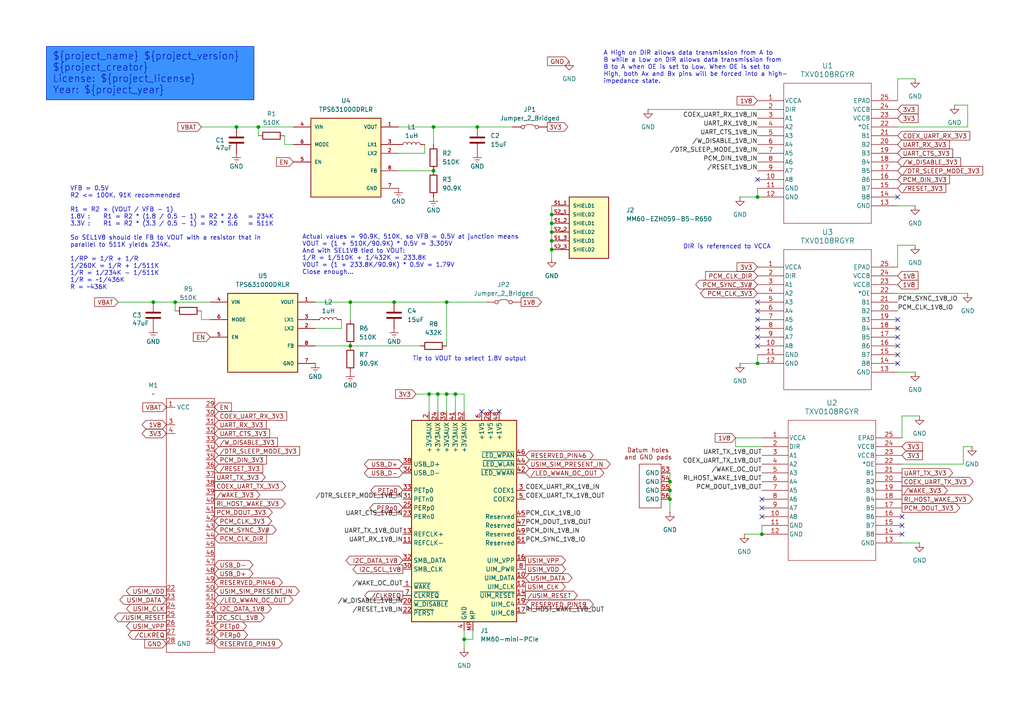
<source format=kicad_sch>
(kicad_sch (version 20250114) (generator "eeschema") (generator_version "9.0")
  (paper "A4")
  (title_block (title "${project_name}") (date "2025-11-10") (rev "${project_version}") (company "${project_creator}") (comment 1 "${project_license}"))
  (rectangle (start -65.024 8.89) (end -9.144 54.61) (fill (type color) (color 0 255 0 0.1)))
  (rectangle (start -66.802 152.654) (end -7.874 198.374) (fill (type color) (color 0 255 0 0.1)))
  (rectangle (start 13.462 13.462) (end 73.66 28.956) (fill (type color) (color 58 146 255 1)))
  (text "3D top side" (at -38.1 157.48 0) (effects (font (size 3.81 3.81) (thickness 0.762) (bold yes))))
  (text "......" (at -55.626 20.066 0) (effects (font (size 3.81 3.81) (thickness 0.762) (bold yes))))
  (text "1" (at -21.336 26.924 0) (effects (font (size 3.81 3.81))))
  (text "Tie to VOUT to select 1.8V output" (at 136.144 104.14 0) (effects (font (size 1.27 1.27))))
  (text "Actual values = 90.9K, 510K, so VFB = 0.5V at junction means\nVOUT = (1 + 510K/90.9K) * 0.5V = 3.305V\nAnd with SEL1V8 tied to VOUT:\n1/R = 1/510K + 1/432K = 233.8K\nVOUT = (1 + 233.8K/90.9K) * 0.5V = 1.79V\nClose enough..." (at 87.63 73.914 0) (effects (font (size 1.27 1.27)) (justify left)))
  (text "CoverPage" (at -47.752 26.67 0) (effects (font (size 3.81 3.81))))
  (text "......" (at -55.626 38.1 0) (effects (font (size 3.81 3.81) (thickness 0.762) (bold yes))))
  (text "VFB = 0.5V\nR2 <= 100K. 91K recommended\n\nR1 = R2 × (VOUT / VFB - 1)\n1.8V :    R1 = R2 * (1.8 / 0.5 - 1) = R2 * 2.6   = 234K\n3.3V :    R1 = R2 * (3.3 / 0.5 - 1) = R2 * 5.6   = 511K\n\nSo SEL1V8 should tie FB to VOUT with a resistor that in\nparallel to 511K yields 234K.\n\n1/RP = 1/R + 1/R\n1/260K = 1/R + 1/511K\n1/R = 1/234K - 1/511K\n1/R = ~1/436K\nR = ~436K" (at 20.32 69.088 0) (effects (font (size 1.27 1.27)) (justify left)))
  (text "DIR is referenced to VCCA" (at 198.12 71.628 0) (effects (font (size 1.27 1.27)) (justify left)))
  (text "${project_name} ${project_version}\n${project_creator}\nLicense: ${project_license}\nYear: ${project_year}" (at 15.24 15.24 0) (effects (font (size 2.032 2.032)) (justify left top)))
  (text "Page" (at -55.626 14.224 0) (effects (font (size 3.81 3.81) (thickness 0.762) (bold yes))))
  (text "......." (at -20.32 38.1 0) (effects (font (size 3.81 3.81) (thickness 0.762) (bold yes))))
  (text "         Index" (at -33.782 14.224 0) (effects (font (size 3.81 3.81) (thickness 0.762) (bold yes))))
  (text "......." (at -21.082 20.066 0) (effects (font (size 3.81 3.81) (thickness 0.762) (bold yes))))
  (text "A High on DIR allows data transmission from A to\nB while a Low on DIR allows data transmission from\nB to A when OE is set to Low. When OE is set to\nHigh, both Ax and Bx pins will be forced into a high-\nimpedance state." (at 175.006 19.558 0) (effects (font (size 1.27 1.27)) (justify left)))
  (junction (at 114.3 87.63))
  (junction (at 68.58 36.83))
  (junction (at 134.62 185.42))
  (junction (at 50.8 87.63))
  (junction (at 194.31 139.7))
  (junction (at 219.71 105.41))
  (junction (at 194.31 142.24))
  (junction (at 160.02 62.23))
  (junction (at 160.02 72.39))
  (junction (at 160.02 69.85))
  (junction (at 125.73 36.83))
  (junction (at 132.08 114.3))
  (junction (at 160.02 67.31))
  (junction (at 219.71 57.15))
  (junction (at 129.54 114.3))
  (junction (at 138.43 36.83))
  (junction (at 194.31 144.78))
  (junction (at 101.6 100.33))
  (junction (at 124.46 114.3))
  (junction (at 127 114.3))
  (junction (at 160.02 64.77))
  (junction (at 125.73 49.53))
  (junction (at 129.54 87.63))
  (junction (at 44.45 87.63))
  (junction (at 101.6 87.63))
  (junction (at 74.93 36.83))
  (junction (at 220.98 154.94))
  (no_connect (at 261.62 149.86))
  (no_connect (at 139.7 119.38))
  (no_connect (at 260.35 97.79))
  (no_connect (at 260.35 92.71))
  (no_connect (at 219.71 52.07))
  (no_connect (at 260.35 100.33))
  (no_connect (at 260.35 102.87))
  (no_connect (at 219.71 90.17))
  (no_connect (at 260.35 105.41))
  (no_connect (at 260.35 95.25))
  (no_connect (at 219.71 95.25))
  (no_connect (at 142.24 119.38))
  (no_connect (at 220.98 147.32))
  (no_connect (at 219.71 87.63))
  (no_connect (at 261.62 152.4))
  (no_connect (at 220.98 149.86))
  (no_connect (at 144.78 119.38))
  (no_connect (at 219.71 100.33))
  (no_connect (at 260.35 57.15))
  (no_connect (at 220.98 144.78))
  (no_connect (at 219.71 92.71))
  (no_connect (at 219.71 97.79))
  (no_connect (at 261.62 154.94))
  (wire (pts (xy 115.57 44.45) (xy 123.19 44.45)))
  (wire (pts (xy 120.65 114.3) (xy 124.46 114.3)))
  (wire (pts (xy 134.62 185.42) (xy 137.16 185.42)))
  (wire (pts (xy 260.35 85.09) (xy 280.67 85.09)))
  (wire (pts (xy 214.63 105.41) (xy 219.71 105.41)))
  (wire (pts (xy 124.46 114.3) (xy 124.46 119.38)))
  (wire (pts (xy 260.35 77.47) (xy 260.35 71.12)))
  (wire (pts (xy 114.3 87.63) (xy 129.54 87.63)))
  (wire (pts (xy 58.42 90.17) (xy 58.42 92.71)))
  (wire (pts (xy 74.93 36.83) (xy 85.09 36.83)))
  (wire (pts (xy 134.62 182.88) (xy 134.62 185.42)))
  (wire (pts (xy 220.98 152.4) (xy 220.98 154.94)))
  (wire (pts (xy 127 114.3) (xy 127 119.38)))
  (wire (pts (xy 194.31 144.78) (xy 194.31 148.59)))
  (wire (pts (xy 280.67 36.83) (xy 260.35 36.83)))
  (wire (pts (xy 124.46 114.3) (xy 127 114.3)))
  (wire (pts (xy 137.16 182.88) (xy 137.16 185.42)))
  (wire (pts (xy 280.67 30.48) (xy 280.67 36.83)))
  (wire (pts (xy 219.71 102.87) (xy 219.71 105.41)))
  (wire (pts (xy 187.96 31.75) (xy 219.71 31.75)))
  (wire (pts (xy 160.02 69.85) (xy 160.02 72.39)))
  (wire (pts (xy 219.71 54.61) (xy 219.71 57.15)))
  (wire (pts (xy 213.36 129.54) (xy 213.36 127)))
  (wire (pts (xy 129.54 114.3) (xy 129.54 119.38)))
  (wire (pts (xy 134.62 185.42) (xy 134.62 187.96)))
  (wire (pts (xy 91.44 100.33) (xy 101.6 100.33)))
  (wire (pts (xy 68.58 36.83) (xy 74.93 36.83)))
  (wire (pts (xy 260.35 107.95) (xy 265.43 107.95)))
  (wire (pts (xy 74.93 36.83) (xy 74.93 39.37)))
  (wire (pts (xy 194.31 142.24) (xy 194.31 144.78)))
  (wire (pts (xy 260.35 59.69) (xy 265.43 59.69)))
  (wire (pts (xy 91.44 87.63) (xy 101.6 87.63)))
  (wire (pts (xy 261.62 157.48) (xy 266.7 157.48)))
  (wire (pts (xy 261.62 127) (xy 261.62 120.65)))
  (wire (pts (xy 127 114.3) (xy 129.54 114.3)))
  (wire (pts (xy 125.73 36.83) (xy 138.43 36.83)))
  (wire (pts (xy 115.57 49.53) (xy 125.73 49.53)))
  (wire (pts (xy 50.8 87.63) (xy 60.96 87.63)))
  (wire (pts (xy 160.02 62.23) (xy 160.02 64.77)))
  (wire (pts (xy 91.44 95.25) (xy 99.06 95.25)))
  (wire (pts (xy 125.73 36.83) (xy 125.73 41.91)))
  (wire (pts (xy 129.54 87.63) (xy 140.97 87.63)))
  (wire (pts (xy 279.4 134.62) (xy 261.62 134.62)))
  (wire (pts (xy 279.4 129.54) (xy 281.94 129.54)))
  (wire (pts (xy 99.06 95.25) (xy 99.06 92.71)))
  (wire (pts (xy 82.55 41.91) (xy 85.09 41.91)))
  (wire (pts (xy 134.62 114.3) (xy 134.62 119.38)))
  (wire (pts (xy 34.29 87.63) (xy 44.45 87.63)))
  (wire (pts (xy 279.4 129.54) (xy 279.4 134.62)))
  (wire (pts (xy 160.02 64.77) (xy 160.02 67.31)))
  (wire (pts (xy 194.31 139.7) (xy 194.31 142.24)))
  (wire (pts (xy 101.6 87.63) (xy 114.3 87.63)))
  (wire (pts (xy 260.35 71.12) (xy 265.43 71.12)))
  (wire (pts (xy 50.8 87.63) (xy 50.8 90.17)))
  (wire (pts (xy 129.54 87.63) (xy 129.54 100.33)))
  (wire (pts (xy 138.43 36.83) (xy 148.59 36.83)))
  (wire (pts (xy 260.35 29.21) (xy 260.35 22.86)))
  (wire (pts (xy 280.67 30.48) (xy 276.86 30.48)))
  (wire (pts (xy 129.54 114.3) (xy 132.08 114.3)))
  (wire (pts (xy 160.02 72.39) (xy 160.02 74.93)))
  (wire (pts (xy 115.57 36.83) (xy 125.73 36.83)))
  (wire (pts (xy 213.36 127) (xy 220.98 127)))
  (wire (pts (xy 214.63 57.15) (xy 219.71 57.15)))
  (wire (pts (xy 123.19 44.45) (xy 123.19 41.91)))
  (wire (pts (xy 194.31 137.16) (xy 194.31 139.7)))
  (wire (pts (xy 101.6 87.63) (xy 101.6 92.71)))
  (wire (pts (xy 132.08 114.3) (xy 134.62 114.3)))
  (wire (pts (xy 215.9 154.94) (xy 220.98 154.94)))
  (wire (pts (xy 160.02 67.31) (xy 160.02 69.85)))
  (wire (pts (xy 132.08 114.3) (xy 132.08 119.38)))
  (wire (pts (xy 220.98 129.54) (xy 213.36 129.54)))
  (wire (pts (xy 44.45 87.63) (xy 50.8 87.63)))
  (wire (pts (xy 58.42 92.71) (xy 60.96 92.71)))
  (wire (pts (xy 101.6 100.33) (xy 121.92 100.33)))
  (wire (pts (xy 260.35 22.86) (xy 265.43 22.86)))
  (wire (pts (xy 82.55 39.37) (xy 82.55 41.91)))
  (wire (pts (xy 160.02 59.69) (xy 160.02 62.23)))
  (wire (pts (xy 261.62 120.65) (xy 266.7 120.65)))
  (wire (pts (xy 58.42 36.83) (xy 68.58 36.83)))
  (label "{slash}DTR_SLEEP_MODE_1V8_IN" (at 219.71 44.45 180))
  (label "{slash}W_DISABLE_1V8_IN" (at 116.84 175.26 180))
  (label "{slash}WAKE_OC_OUT" (at 220.98 137.16 180))
  (label "PCM_DOUT_1V8_OUT" (at 220.98 142.24 180))
  (label "PCM_DIN_1V8_IN" (at 152.4 154.94 0))
  (label "{slash}RESET_1V8_IN" (at 219.71 49.53 180))
  (label "UART_TX_1V8_OUT" (at 220.98 132.08 180))
  (label "UART_CTS_1V8_IN" (at 219.71 39.37 180))
  (label "RI_HOST_WAKE_1V8_OUT" (at 152.4 177.8 0))
  (label "UART_TX_1V8_OUT" (at 116.84 154.94 180))
  (label "UART_RX_1V8_IN" (at 219.71 36.83 180))
  (label "COEX_UART_RX_1V8_IN" (at 219.71 34.29 180))
  (label "PCM_CLK_1V8_IO" (at 152.4 149.86 0))
  (label "PCM_CLK_1V8_IO" (at 260.35 90.17 0))
  (label "PCM_SYNC_1V8_IO" (at 152.4 157.48 0))
  (label "{slash}W_DISABLE_1V8_IN" (at 219.71 41.91 180))
  (label "UART_CTS_1V8_IN" (at 116.84 149.86 180))
  (label "PCM_SYNC_1V8_IO" (at 260.35 87.63 0))
  (label "{slash}RESET_1V8_IN" (at 116.84 177.8 180))
  (label "UART_RX_1V8_IN" (at 116.84 157.48 180))
  (label "{slash}DTR_SLEEP_MODE_1V8_IN" (at 116.84 144.78 180))
  (label "COEX_UART_TX_1V8_OUT" (at 152.4 144.78 0))
  (label "COEX_UART_RX_1V8_IN" (at 152.4 142.24 0))
  (label "COEX_UART_TX_1V8_OUT" (at 220.98 134.62 180))
  (label "RI_HOST_WAKE_1V8_OUT" (at 220.98 139.7 180))
  (label "PCM_DIN_1V8_IN" (at 219.71 46.99 180))
  (label "{slash}WAKE_OC_OUT" (at 116.84 170.18 180))
  (label "PCM_DOUT_1V8_OUT" (at 152.4 152.4 0))
  (global_label "PERp0" (shape bidirectional) (at 62.23 184.15 0) (property "Intersheetrefs" "${INTERSHEET_REFS}" (effects (hide yes))))
  (global_label "EN" (shape input) (at 85.09 46.99 180) (property "Intersheetrefs" "${INTERSHEET_REFS}" (effects (hide yes))))
  (global_label "COEX_UART_RX_3V3" (shape input) (at 62.23 120.65 0) (property "Intersheetrefs" "${INTERSHEET_REFS}" (effects (hide yes))))
  (global_label "VBAT" (shape input) (at 34.29 87.63 180) (property "Intersheetrefs" "${INTERSHEET_REFS}" (effects (hide yes))))
  (global_label "{slash}USIM_RESET" (shape output) (at 152.4 172.72 0) (property "Intersheetrefs" "${INTERSHEET_REFS}" (effects (hide yes))))
  (global_label "{slash}RESET_3V3" (shape input) (at 62.23 135.89 0) (property "Intersheetrefs" "${INTERSHEET_REFS}" (effects (hide yes))))
  (global_label "RESERVED_PIN19" (shape bidirectional) (at 152.4 175.26 0) (property "Intersheetrefs" "${INTERSHEET_REFS}" (effects (hide yes))))
  (global_label "1V8" (shape input) (at 219.71 29.21 180) (property "Intersheetrefs" "${INTERSHEET_REFS}" (effects (hide yes))))
  (global_label "3V3" (shape input) (at 261.62 129.54 0) (property "Intersheetrefs" "${INTERSHEET_REFS}" (effects (hide yes))))
  (global_label "{slash}USIM_RESET" (shape output) (at 48.26 179.07 180) (property "Intersheetrefs" "${INTERSHEET_REFS}" (effects (hide yes))))
  (global_label "PCM_CLK_3V3" (shape bidirectional) (at 219.71 85.09 180) (property "Intersheetrefs" "${INTERSHEET_REFS}" (effects (hide yes))))
  (global_label "USIM_DATA" (shape bidirectional) (at 152.4 167.64 0) (property "Intersheetrefs" "${INTERSHEET_REFS}" (effects (hide yes))))
  (global_label "USB_D-" (shape bidirectional) (at 62.23 163.83 0) (property "Intersheetrefs" "${INTERSHEET_REFS}" (effects (hide yes))))
  (global_label "VBAT" (shape input) (at 58.42 36.83 180) (property "Intersheetrefs" "${INTERSHEET_REFS}" (effects (hide yes))))
  (global_label "{slash}LED_WWAN_OC_OUT" (shape bidirectional) (at 62.23 173.99 0) (property "Intersheetrefs" "${INTERSHEET_REFS}" (effects (hide yes))))
  (global_label "I2C_DATA_1V8" (shape bidirectional) (at 62.23 176.53 0) (property "Intersheetrefs" "${INTERSHEET_REFS}" (effects (hide yes))))
  (global_label "GND" (shape input) (at 48.26 186.69 180) (property "Intersheetrefs" "${INTERSHEET_REFS}" (effects (hide yes))))
  (global_label "RI_HOST_WAKE_3V3" (shape output) (at 62.23 146.05 0) (property "Intersheetrefs" "${INTERSHEET_REFS}" (effects (hide yes))))
  (global_label "PCM_SYNC_3V#" (shape bidirectional) (at 219.71 82.55 180) (property "Intersheetrefs" "${INTERSHEET_REFS}" (effects (hide yes))))
  (global_label "I2C_SCL_1V8" (shape output) (at 116.84 165.1 180) (property "Intersheetrefs" "${INTERSHEET_REFS}" (effects (hide yes))))
  (global_label "GND" (shape input) (at 165.1 17.78 180) (property "Intersheetrefs" "${INTERSHEET_REFS}" (effects (hide yes))))
  (global_label "VBAT" (shape input) (at 48.26 118.11 180) (property "Intersheetrefs" "${INTERSHEET_REFS}" (effects (hide yes))))
  (global_label "1V8" (shape input) (at 260.35 82.55 0) (property "Intersheetrefs" "${INTERSHEET_REFS}" (effects (hide yes))))
  (global_label "RESERVED_PIN46" (shape bidirectional) (at 62.23 168.91 0) (property "Intersheetrefs" "${INTERSHEET_REFS}" (effects (hide yes))))
  (global_label "{slash}LED_WWAN_OC_OUT" (shape bidirectional) (at 152.4 137.16 0) (property "Intersheetrefs" "${INTERSHEET_REFS}" (effects (hide yes))))
  (global_label "PCM_DIN_3V3" (shape input) (at 260.35 52.07 0) (property "Intersheetrefs" "${INTERSHEET_REFS}" (effects (hide yes))))
  (global_label "I2C_SCL_1V8" (shape output) (at 62.23 179.07 0) (property "Intersheetrefs" "${INTERSHEET_REFS}" (effects (hide yes))))
  (global_label "PCM_DIN_3V3" (shape input) (at 62.23 133.35 0) (property "Intersheetrefs" "${INTERSHEET_REFS}" (effects (hide yes))))
  (global_label "UART_CTS_3V3" (shape input) (at 260.35 44.45 0) (property "Intersheetrefs" "${INTERSHEET_REFS}" (effects (hide yes))))
  (global_label "USB_D-" (shape bidirectional) (at 116.84 137.16 180) (property "Intersheetrefs" "${INTERSHEET_REFS}" (effects (hide yes))))
  (global_label "3V3" (shape input) (at 219.71 77.47 180) (property "Intersheetrefs" "${INTERSHEET_REFS}" (effects (hide yes))))
  (global_label "3V3" (shape input) (at 260.35 31.75 0) (property "Intersheetrefs" "${INTERSHEET_REFS}" (effects (hide yes))))
  (global_label "{slash}CLKREQ" (shape output) (at 48.26 184.15 180) (property "Intersheetrefs" "${INTERSHEET_REFS}" (effects (hide yes))))
  (global_label "EN" (shape input) (at 62.23 118.11 0) (property "Intersheetrefs" "${INTERSHEET_REFS}" (effects (hide yes))))
  (global_label "COEX_UART_RX_3V3" (shape input) (at 260.35 39.37 0) (property "Intersheetrefs" "${INTERSHEET_REFS}" (effects (hide yes))))
  (global_label "{slash}WAKE_3V3" (shape output) (at 62.23 143.51 0) (property "Intersheetrefs" "${INTERSHEET_REFS}" (effects (hide yes))))
  (global_label "UART_TX_3V3" (shape output) (at 261.62 137.16 0) (property "Intersheetrefs" "${INTERSHEET_REFS}" (effects (hide yes))))
  (global_label "PERp0" (shape bidirectional) (at 116.84 147.32 180) (property "Intersheetrefs" "${INTERSHEET_REFS}" (effects (hide yes))))
  (global_label "USIM_CLK" (shape output) (at 152.4 170.18 0) (property "Intersheetrefs" "${INTERSHEET_REFS}" (effects (hide yes))))
  (global_label "UART_CTS_3V3" (shape input) (at 62.23 125.73 0) (property "Intersheetrefs" "${INTERSHEET_REFS}" (effects (hide yes))))
  (global_label "USB_D+" (shape bidirectional) (at 116.84 134.62 180) (property "Intersheetrefs" "${INTERSHEET_REFS}" (effects (hide yes))))
  (global_label "USIM_VDD" (shape output) (at 48.26 171.45 180) (property "Intersheetrefs" "${INTERSHEET_REFS}" (effects (hide yes))))
  (global_label "USIM_CLK" (shape output) (at 48.26 176.53 180) (property "Intersheetrefs" "${INTERSHEET_REFS}" (effects (hide yes))))
  (global_label "USIM_VDD" (shape output) (at 152.4 165.1 0) (property "Intersheetrefs" "${INTERSHEET_REFS}" (effects (hide yes))))
  (global_label "UART_TX_3V3" (shape output) (at 62.23 138.43 0) (property "Intersheetrefs" "${INTERSHEET_REFS}" (effects (hide yes))))
  (global_label "{slash}CLKREQ" (shape output) (at 116.84 172.72 180) (property "Intersheetrefs" "${INTERSHEET_REFS}" (effects (hide yes))))
  (global_label "COEX_UART_TX_3V3" (shape output) (at 62.23 140.97 0) (property "Intersheetrefs" "${INTERSHEET_REFS}" (effects (hide yes))))
  (global_label "{slash}DTR_SLEEP_MODE_3V3" (shape input) (at 62.23 130.81 0) (property "Intersheetrefs" "${INTERSHEET_REFS}" (effects (hide yes))))
  (global_label "USIM_VPP" (shape output) (at 48.26 181.61 180) (property "Intersheetrefs" "${INTERSHEET_REFS}" (effects (hide yes))))
  (global_label "USIM_DATA" (shape bidirectional) (at 48.26 173.99 180) (property "Intersheetrefs" "${INTERSHEET_REFS}" (effects (hide yes))))
  (global_label "RESERVED_PIN19" (shape bidirectional) (at 62.23 186.69 0) (property "Intersheetrefs" "${INTERSHEET_REFS}" (effects (hide yes))))
  (global_label "PETp0" (shape bidirectional) (at 116.84 142.24 180) (property "Intersheetrefs" "${INTERSHEET_REFS}" (effects (hide yes))))
  (global_label "3V3" (shape input) (at 260.35 34.29 0) (property "Intersheetrefs" "${INTERSHEET_REFS}" (effects (hide yes))))
  (global_label "UART_RX_3V3" (shape input) (at 62.23 123.19 0) (property "Intersheetrefs" "${INTERSHEET_REFS}" (effects (hide yes))))
  (global_label "RESERVED_PIN46" (shape bidirectional) (at 152.4 132.08 0) (property "Intersheetrefs" "${INTERSHEET_REFS}" (effects (hide yes))))
  (global_label "EN" (shape input) (at 60.96 97.79 180) (property "Intersheetrefs" "${INTERSHEET_REFS}" (effects (hide yes))))
  (global_label "COEX_UART_TX_3V3" (shape output) (at 261.62 139.7 0) (property "Intersheetrefs" "${INTERSHEET_REFS}" (effects (hide yes))))
  (global_label "1V8" (shape output) (at 151.13 87.63 0) (property "Intersheetrefs" "${INTERSHEET_REFS}" (effects (hide yes))))
  (global_label "PCM_DOUT_3V3" (shape output) (at 261.62 147.32 0) (property "Intersheetrefs" "${INTERSHEET_REFS}" (effects (hide yes))))
  (global_label "PCM_CLK_DIR" (shape input) (at 219.71 80.01 180) (property "Intersheetrefs" "${INTERSHEET_REFS}" (effects (hide yes))))
  (global_label "{slash}RESET_3V3" (shape input) (at 260.35 54.61 0) (property "Intersheetrefs" "${INTERSHEET_REFS}" (effects (hide yes))))
  (global_label "3V3" (shape output) (at 158.75 36.83 0) (property "Intersheetrefs" "${INTERSHEET_REFS}" (effects (hide yes))))
  (global_label "{slash}W_DISABLE_3V3" (shape input) (at 260.35 46.99 0) (property "Intersheetrefs" "${INTERSHEET_REFS}" (effects (hide yes))))
  (global_label "3V3" (shape input) (at 120.65 114.3 180) (property "Intersheetrefs" "${INTERSHEET_REFS}" (effects (hide yes))))
  (global_label "PCM_DOUT_3V3" (shape output) (at 62.23 148.59 0) (property "Intersheetrefs" "${INTERSHEET_REFS}" (effects (hide yes))))
  (global_label "PCM_CLK_DIR" (shape input) (at 62.23 156.21 0) (property "Intersheetrefs" "${INTERSHEET_REFS}" (effects (hide yes))))
  (global_label "UART_RX_3V3" (shape input) (at 260.35 41.91 0) (property "Intersheetrefs" "${INTERSHEET_REFS}" (effects (hide yes))))
  (global_label "PCM_SYNC_3V#" (shape bidirectional) (at 62.23 153.67 0) (property "Intersheetrefs" "${INTERSHEET_REFS}" (effects (hide yes))))
  (global_label "{slash}DTR_SLEEP_MODE_3V3" (shape input) (at 260.35 49.53 0) (property "Intersheetrefs" "${INTERSHEET_REFS}" (effects (hide yes))))
  (global_label "1V8" (shape input) (at 213.36 127 180) (property "Intersheetrefs" "${INTERSHEET_REFS}" (effects (hide yes))))
  (global_label "PETp0" (shape bidirectional) (at 62.23 181.61 0) (property "Intersheetrefs" "${INTERSHEET_REFS}" (effects (hide yes))))
  (global_label "USB_D+" (shape bidirectional) (at 62.23 166.37 0) (property "Intersheetrefs" "${INTERSHEET_REFS}" (effects (hide yes))))
  (global_label "USIM_VPP" (shape output) (at 152.4 162.56 0) (property "Intersheetrefs" "${INTERSHEET_REFS}" (effects (hide yes))))
  (global_label "USIM_SIM_PRESENT_IN" (shape bidirectional) (at 62.23 171.45 0) (property "Intersheetrefs" "${INTERSHEET_REFS}" (effects (hide yes))))
  (global_label "1V8" (shape bidirectional) (at 48.26 123.19 180) (property "Intersheetrefs" "${INTERSHEET_REFS}" (effects (hide yes))))
  (global_label "{slash}W_DISABLE_3V3" (shape input) (at 62.23 128.27 0) (property "Intersheetrefs" "${INTERSHEET_REFS}" (effects (hide yes))))
  (global_label "3V3" (shape bidirectional) (at 48.26 125.73 180) (property "Intersheetrefs" "${INTERSHEET_REFS}" (effects (hide yes))))
  (global_label "USIM_SIM_PRESENT_IN" (shape bidirectional) (at 152.4 134.62 0) (property "Intersheetrefs" "${INTERSHEET_REFS}" (effects (hide yes))))
  (global_label "{slash}WAKE_3V3" (shape output) (at 261.62 142.24 0) (property "Intersheetrefs" "${INTERSHEET_REFS}" (effects (hide yes))))
  (global_label "1V8" (shape input) (at 260.35 80.01 0) (property "Intersheetrefs" "${INTERSHEET_REFS}" (effects (hide yes))))
  (global_label "PCM_CLK_3V3" (shape bidirectional) (at 62.23 151.13 0) (property "Intersheetrefs" "${INTERSHEET_REFS}" (effects (hide yes))))
  (global_label "RI_HOST_WAKE_3V3" (shape output) (at 261.62 144.78 0) (property "Intersheetrefs" "${INTERSHEET_REFS}" (effects (hide yes))))
  (global_label "3V3" (shape input) (at 261.62 132.08 0) (property "Intersheetrefs" "${INTERSHEET_REFS}" (effects (hide yes))))
  (global_label "I2C_DATA_1V8" (shape bidirectional) (at 116.84 162.56 180) (property "Intersheetrefs" "${INTERSHEET_REFS}" (effects (hide yes))))
  (symbol (lib_id "power:Earth") (at 91.44 105.41 0) (unit 1)
    (property "Reference" "#PWR021" (effects (hide yes)))
    (property "Value" "GND" (at 91.44 109.22 0))
    (property "Description" "Power symbol creates a global label with name \"Earth\"" (effects (hide yes)))
  )
  (symbol (lib_id "power:Earth") (at 101.6 107.95 0) (unit 1)
    (property "Reference" "#PWR022" (effects (hide yes)))
    (property "Value" "GND" (at 101.6 111.76 0))
    (property "Description" "Power symbol creates a global label with name \"Earth\"" (effects (hide yes)))
  )
  (symbol (lib_id "power:GND") (at 134.62 187.96 0) (unit 1)
    (property "Reference" "#PWR015" (effects (hide yes)))
    (property "Value" "GND" (at 134.62 193.04 0))
    (property "Description" "Power symbol creates a global label with name \"GND\" , ground" (effects (hide yes)))
  )
  (symbol (lib_id "Device:C") (at 114.3 91.44 0) (unit 1)
    (property "Reference" "C4" (at 118.11 90.1699 0) (effects (justify left)))
    (property "Value" "15uF" (at 118.11 92.7099 0) (effects (justify left)))
    (property "Footprint" "Capacitor_SMD:C_0805_2012Metric" (effects (hide yes)))
    (property "Datasheet" "https://product.tdk.com/system/files/dam/doc/product/capacitor/ceramic/mlcc/catalog/mlcc_commercial_general_en.pdf?ref_disty=mouser" (effects (hide yes)))
    (property "Mfr. PN" "C2012X7S1A156M125AC" (effects (hide yes)))
    (property "Mouser" "https://eu.mouser.com/ProductDetail/TDK/C2012X7S1A156M125AC?qs=xLDY6iXSiQb7j6N658Mn9w%3D%3D" (effects (hide yes)))
    (property "Mouser_PN" "810-C2012X7S1A156M1C" (effects (hide yes)))
  )
  (symbol (lib_id "power:GND") (at 187.96 31.75 0) (unit 1)
    (property "Reference" "#PWR010" (effects (hide yes)))
    (property "Value" "GND" (at 187.96 36.83 0))
    (property "Description" "Power symbol creates a global label with name \"GND\" , ground" (effects (hide yes)))
  )
  (symbol (lib_id "power:Earth") (at 125.73 57.15 0) (unit 1)
    (property "Reference" "#PWR018" (effects (hide yes)))
    (property "Value" "GND" (at 125.73 60.96 0))
    (property "Description" "Power symbol creates a global label with name \"Earth\"" (effects (hide yes)))
  )
  (symbol (lib_id "power:GND") (at 194.31 148.59 0) (unit 1)
    (property "Reference" "#PWR024" (effects (hide yes)))
    (property "Value" "GND" (at 194.31 153.67 0))
    (property "Description" "Power symbol creates a global label with name \"GND\" , ground" (effects (hide yes)))
  )
  (symbol (lib_id "Device:C") (at 44.45 91.44 180) (unit 1)
    (property "Reference" "C3" (at 38.354 91.44 0) (effects (justify right)))
    (property "Value" "47uF" (at 38.354 93.726 0) (effects (justify right)))
    (property "Footprint" "Capacitor_SMD:C_0805_2012Metric" (effects (hide yes)))
    (property "Datasheet" "https://eu.mouser.com/datasheet/2/281/1/GRM219R60J476ME44_01A-1986316.pdf" (effects (hide yes)))
    (property "Description" "Multilayer Ceramic Capacitors MLCC - SMD/SMT 47 uF 6.3 VDC 20% 0805 X5R" (effects (hide yes)))
    (property "Mfr. PN" "GRM219R60J476ME44D " (effects (hide yes)))
    (property "Mouser" "https://eu.mouser.com/ProductDetail/Murata-Electronics/GRM219R60J476ME44D?qs=I53XXhTNm8tggcUcTH0Mag%3D%3D" (effects (hide yes)))
    (property "Mouser_PN" "GRM219R60J476ME44" (effects (hide yes)))
  )
  (symbol (lib_id "MM60-EZH059-B5-R650:MM60-mini-PCIe") (at 134.62 152.4 0) (unit 1)
    (property "Reference" "J1" (at 139.3541 182.88 0) (effects (justify left)))
    (property "Value" "MM60-mini-PCIe" (at 139.3541 185.42 0) (effects (justify left)))
    (property "Footprint" "cellular-modem:CONN_MM60-52B1-E1-R650_JAE" (effects (hide yes)))
    (property "Datasheet" "https://eu.mouser.com/datasheet/2/206/JAEI_S_A0001003620_1-2550612.pdf" (effects (hide yes)))
    (property "Description" "Mini-PCI Express bus connector" (effects (hide yes)))
    (property "Mfr. PN" "MM60-52B1-G1-R850" (effects (hide yes)))
    (property "Mouser" "https://eu.mouser.com/ProductDetail/JAE-Electronics/MM60-52B1-G1-R850?qs=LBWgzgGgPo%252BV%252BU%2FdH2aUqA%3D%3D" (effects (hide yes)))
    (property "Mouser_PN" "656-MM6052B1G1R850" (effects (hide yes)))
  )
  (symbol (lib_id "power:Earth") (at 114.3 95.25 0) (unit 1)
    (property "Reference" "#PWR023" (effects (hide yes)))
    (property "Value" "GND" (at 114.3 99.06 0))
    (property "Description" "Power symbol creates a global label with name \"Earth\"" (effects (hide yes)))
  )
  (symbol (lib_id "Device:L") (at 119.38 41.91 90) (unit 1)
    (property "Reference" "L1" (at 119.38 36.83 90))
    (property "Value" "1uH" (at 119.38 39.37 90))
    (property "Footprint" "Inductor_SMD:L_1008_2520Metric_Pad1.43x2.20mm_HandSolder" (effects (hide yes)))
    (property "Datasheet" "https://eu.mouser.com/datasheet/2/281/1/J_E_TE243A_0024-2303178.pdf" (effects (hide yes)))
    (property "Description" "Power Inductors - SMD 1 UH 20%" (effects (hide yes)))
    (property "Mouser" "https://eu.mouser.com/ProductDetail/Murata-Electronics/DFE252012P-1R0M%3dP2?qs=KuGPmAKtFKUHla8Odvjl9w%3D%3D" (effects (hide yes)))
    (property "Mouser_PN" " 81-DFE252012P-1R0MP2 " (effects (hide yes)))
    (property "Mfr. PN" " DFE252012P-1R0M=P2" (effects (hide yes)))
  )
  (symbol (lib_id "power:GND") (at 215.9 154.94 0) (unit 1)
    (property "Reference" "#PWR01" (effects (hide yes)))
    (property "Value" "GND" (at 215.9 160.02 0))
    (property "Description" "Power symbol creates a global label with name \"GND\" , ground" (effects (hide yes)))
  )
  (symbol (lib_id "power:GND") (at 276.86 30.48 0) (unit 1)
    (property "Reference" "#PWR013" (effects (hide yes)))
    (property "Value" "GND" (at 276.86 35.56 0))
    (property "Description" "Power symbol creates a global label with name \"GND\" , ground" (effects (hide yes)))
  )
  (symbol (lib_id "Device:C") (at 68.58 40.64 180) (unit 1)
    (property "Reference" "C1" (at 62.484 40.64 0) (effects (justify right)))
    (property "Value" "47uF" (at 62.484 42.926 0) (effects (justify right)))
    (property "Footprint" "Capacitor_SMD:C_0805_2012Metric" (effects (hide yes)))
    (property "Datasheet" "https://eu.mouser.com/datasheet/2/281/1/GRM219R60J476ME44_01A-1986316.pdf" (effects (hide yes)))
    (property "Description" "Multilayer Ceramic Capacitors MLCC - SMD/SMT 47 uF 6.3 VDC 20% 0805 X5R" (effects (hide yes)))
    (property "Mouser" "https://eu.mouser.com/ProductDetail/Murata-Electronics/GRM219R60J476ME44D?qs=I53XXhTNm8tggcUcTH0Mag%3D%3D" (effects (hide yes)))
    (property "Mouser_PN" "GRM219R60J476ME44" (effects (hide yes)))
    (property "Mfr. PN" "GRM219R60J476ME44D " (effects (hide yes)))
  )
  (symbol (lib_id "power:GND") (at 214.63 105.41 0) (unit 1)
    (property "Reference" "#PWR04" (effects (hide yes)))
    (property "Value" "GND" (at 214.63 110.49 0))
    (property "Description" "Power symbol creates a global label with name \"GND\" , ground" (effects (hide yes)))
  )
  (symbol (lib_id "power:GND") (at 281.94 129.54 0) (unit 1)
    (property "Reference" "#PWR011" (effects (hide yes)))
    (property "Value" "GND" (at 281.94 134.62 0))
    (property "Description" "Power symbol creates a global label with name \"GND\" , ground" (effects (hide yes)))
  )
  (symbol (lib_id "power:GND") (at 165.1 17.78 0) (unit 1)
    (property "Reference" "#PWR014" (effects (hide yes)))
    (property "Value" "GND" (at 165.1 22.86 0))
    (property "Description" "Power symbol creates a global label with name \"GND\" , ground" (effects (hide yes)))
  )
  (symbol (lib_id "power:GND") (at 265.43 59.69 0) (unit 1)
    (property "Reference" "#PWR09" (effects (hide yes)))
    (property "Value" "GND" (at 265.43 64.77 0))
    (property "Description" "Power symbol creates a global label with name \"GND\" , ground" (effects (hide yes)))
  )
  (symbol (lib_id "MegaCastle:MegaCastle2x28-I42.8x66.3-MB00007FFFFFFFF-NOCUTOUT") (at 54.61 152.4 0) (unit 1)
    (property "Reference" "M1" (at 44.45 111.76 0))
    (property "Value" "~" (at 44.45 114.3 0))
    (property "Footprint" "MegaCastle:MegaCastle2x28-Module-I42.8x66.3-MB00007FFFFFFFF-SPAREPAD" (effects (hide yes)))
    (property "Description" "Generated using footprint-gen ../ 42.8 71.1 38 MB00007FFFFFFFF" (effects (hide yes)))
  )
  (symbol (lib_id "Device:R") (at 78.74 39.37 90) (unit 1)
    (property "Reference" "R1" (at 78.74 33.02 90))
    (property "Value" "510K" (at 78.74 35.56 90))
    (property "Footprint" "Resistor_SMD:R_0805_2012Metric" (effects (hide yes)))
    (property "Datasheet" "https://eu.mouser.com/datasheet/2/54/cr-1858361.pdf" (effects (hide yes)))
    (property "Description" "Resistor" (effects (hide yes)))
    (property "Mouser" "https://eu.mouser.com/ProductDetail/Bourns/CR0805-JW-514ELF?qs=sGAEpiMZZMukHu%252BjC5l7YeTlYklQq7xRDGXDXwhlzGw%3D" (effects (hide yes)))
    (property "Mouser_PN" "CR0805-JW-514ELF" (effects (hide yes)))
    (property "Mfr. PN" "CR0805-JW-514ELF " (effects (hide yes)))
    (property "Mfr. PN2" "CR10514J" (effects (hide yes)))
  )
  (symbol (lib_id "2025-02-22_10-37-39:TXV0108RGYR") (at 220.98 127 0) (unit 1)
    (property "Reference" "U2" (at 241.3 116.84 0) (effects (font (size 1.524 1.524))))
    (property "Value" "TXV0108RGYR" (at 241.3 119.38 0) (effects (font (size 1.524 1.524))))
    (property "Footprint" "cellular-modem:VQFN24_RGY_TEX" (effects (hide yes)))
    (property "Datasheet" "https://www.ti.com/lit/gpn/txv0108" (effects (hide yes)))
    (property "Mfr. PN" "TXV0108RGYR" (effects (hide yes)))
    (property "Mouser" "https://eu.mouser.com/ProductDetail/Texas-Instruments/TXV0108RGYR?qs=mELouGlnn3fUZeVXL0%2Frrg%3D%3D" (effects (hide yes)))
    (property "Mouser_PN" " 595-TXV0108RGYR" (effects (hide yes)))
  )
  (symbol (lib_id "2025-02-22_10-37-39:TXV0108RGYR") (at 219.71 29.21 0) (unit 1)
    (property "Reference" "U1" (at 240.03 19.05 0) (effects (font (size 1.524 1.524))))
    (property "Value" "TXV0108RGYR" (at 240.03 21.59 0) (effects (font (size 1.524 1.524))))
    (property "Footprint" "cellular-modem:VQFN24_RGY_TEX" (effects (hide yes)))
    (property "Datasheet" "https://www.ti.com/lit/gpn/txv0108" (effects (hide yes)))
    (property "Mfr. PN" "TXV0108RGYR" (effects (hide yes)))
    (property "Mouser" "https://eu.mouser.com/ProductDetail/Texas-Instruments/TXV0108RGYR?qs=mELouGlnn3fUZeVXL0%2Frrg%3D%3D" (effects (hide yes)))
    (property "Mouser_PN" " 595-TXV0108RGYR" (effects (hide yes)))
  )
  (symbol (lib_id "Device:R") (at 125.73 45.72 0) (unit 1)
    (property "Reference" "R2" (at 128.27 44.4499 0) (effects (justify left)))
    (property "Value" "510K" (at 128.27 46.9899 0) (effects (justify left)))
    (property "Footprint" "Resistor_SMD:R_0805_2012Metric" (effects (hide yes)))
    (property "Datasheet" "https://eu.mouser.com/datasheet/2/54/cr-1858361.pdf" (effects (hide yes)))
    (property "Description" "Resistor" (effects (hide yes)))
    (property "Mouser_PN" "CR0805-JW-514ELF" (effects (hide yes)))
    (property "Mouser" "https://eu.mouser.com/ProductDetail/Bourns/CR0805-JW-514ELF?qs=sGAEpiMZZMukHu%252BjC5l7YeTlYklQq7xRDGXDXwhlzGw%3D" (effects (hide yes)))
    (property "Mfr. PN" "CR0805-JW-514ELF " (effects (hide yes)))
    (property "Mfr. PN2" "CR10514J" (effects (hide yes)))
  )
  (symbol (lib_id "power:GND") (at 266.7 157.48 0) (unit 1)
    (property "Reference" "#PWR02" (effects (hide yes)))
    (property "Value" "GND" (at 266.7 162.56 0))
    (property "Description" "Power symbol creates a global label with name \"GND\" , ground" (effects (hide yes)))
  )
  (symbol (lib_id "power:GND") (at 265.43 107.95 0) (unit 1)
    (property "Reference" "#PWR06" (effects (hide yes)))
    (property "Value" "GND" (at 265.43 113.03 0))
    (property "Description" "Power symbol creates a global label with name \"GND\" , ground" (effects (hide yes)))
  )
  (symbol (lib_id "power:Earth") (at 44.45 95.25 0) (unit 1)
    (property "Reference" "#PWR020" (effects (hide yes)))
    (property "Value" "GND" (at 44.45 99.06 0))
    (property "Description" "Power symbol creates a global label with name \"Earth\"" (effects (hide yes)))
  )
  (symbol (lib_id "power:GND") (at 280.67 85.09 0) (unit 1)
    (property "Reference" "#PWR012" (effects (hide yes)))
    (property "Value" "GND" (at 280.67 90.17 0))
    (property "Description" "Power symbol creates a global label with name \"GND\" , ground" (effects (hide yes)))
  )
  (symbol (lib_id "Device:R") (at 101.6 96.52 0) (unit 1)
    (property "Reference" "R6" (at 104.14 95.2499 0) (effects (justify left)))
    (property "Value" "510K" (at 104.14 97.7899 0) (effects (justify left)))
    (property "Footprint" "Resistor_SMD:R_0805_2012Metric" (effects (hide yes)))
    (property "Datasheet" "https://eu.mouser.com/datasheet/2/54/cr-1858361.pdf" (effects (hide yes)))
    (property "Description" "Resistor" (effects (hide yes)))
    (property "Mouser" "https://eu.mouser.com/ProductDetail/Bourns/CR0805-JW-514ELF?qs=sGAEpiMZZMukHu%252BjC5l7YeTlYklQq7xRDGXDXwhlzGw%3D" (effects (hide yes)))
    (property "Mouser_PN" "CR0805-JW-514ELF" (effects (hide yes)))
    (property "Mfr. PN" "CR0805-JW-514ELF " (effects (hide yes)))
    (property "Mfr. PN2" "CR10514J" (effects (hide yes)))
  )
  (symbol (lib_id "Jumper:Jumper_2_Bridged") (at 153.67 36.83 0) (unit 1) (exclude_from_sim yes) (in_bom no)
    (property "Reference" "JP1" (at 153.67 31.75 0))
    (property "Value" "Jumper_2_Bridged" (at 153.67 34.29 0))
    (property "Footprint" "Jumper:SolderJumper-2_P1.3mm_Bridged2Bar_RoundedPad1.0x1.5mm" (effects (hide yes)))
    (property "Description" "Jumper, 2-pole, closed/bridged" (effects (hide yes)))
  )
  (symbol (lib_id "power:Earth") (at 115.57 54.61 0) (unit 1)
    (property "Reference" "#PWR017" (effects (hide yes)))
    (property "Value" "GND" (at 115.57 58.42 0))
    (property "Description" "Power symbol creates a global label with name \"Earth\"" (effects (hide yes)))
  )
  (symbol (lib_id "power:GND") (at 266.7 120.65 0) (unit 1)
    (property "Reference" "#PWR03" (effects (hide yes)))
    (property "Value" "GND" (at 266.7 125.73 0))
    (property "Description" "Power symbol creates a global label with name \"GND\" , ground" (effects (hide yes)))
  )
  (symbol (lib_id "power:Earth") (at 68.58 44.45 0) (unit 1)
    (property "Reference" "#PWR016" (effects (hide yes)))
    (property "Value" "GND" (at 68.58 48.26 0))
    (property "Description" "Power symbol creates a global label with name \"Earth\"" (effects (hide yes)))
  )
  (symbol (lib_id "Device:R") (at 125.73 100.33 270) (unit 1)
    (property "Reference" "R8" (at 125.73 93.98 90))
    (property "Value" "432K" (at 125.73 96.52 90))
    (property "Footprint" "Resistor_SMD:R_0805_2012Metric" (effects (hide yes)))
    (property "Datasheet" "https://eu.mouser.com/datasheet/2/447/YAGEO_PYu_RC_Group_51_RoHS_L_12-3313492.pdf" (effects (hide yes)))
    (property "Description" "Resistor" (effects (hide yes)))
    (property "Mfr. PN" "RC0805FR-07432KL " (effects (hide yes)))
    (property "Mouser" "https://eu.mouser.com/ProductDetail/YAGEO/RC0805FR-07432KL?qs=1iN9QGIZ5R%252BJduen8oKEUQ%3D%3D" (effects (hide yes)))
    (property "Mouser_PN" "603-RC0805FR-07432KL" (effects (hide yes)))
  )
  (symbol (lib_id "Device:R") (at 125.73 53.34 0) (unit 1)
    (property "Reference" "R3" (at 128.27 52.0699 0) (effects (justify left)))
    (property "Value" "90.9K" (at 128.27 54.6099 0) (effects (justify left)))
    (property "Footprint" "Resistor_SMD:R_0805_2012Metric" (effects (hide yes)))
    (property "Datasheet" "https://eu.mouser.com/datasheet/2/447/pyu_re_105_rohs_l-3439885.pdf" (effects (hide yes)))
    (property "Description" "Resistor" (effects (hide yes)))
    (property "Mfr. PN" "RE0805FRE0790K9L " (effects (hide yes)))
    (property "Mouser" "https://eu.mouser.com/ProductDetail/YAGEO/RE0805FRE0790K9L?qs=k2KEx2DUIRRpBMY9mJJBPQ%3D%3D" (effects (hide yes)))
    (property "Mouser_PN" "603-RE0805FRE0790K9L" (effects (hide yes)))
  )
  (symbol (lib_id "Device:R") (at 101.6 104.14 0) (unit 1)
    (property "Reference" "R7" (at 104.14 102.8699 0) (effects (justify left)))
    (property "Value" "90.9K" (at 104.14 105.4099 0) (effects (justify left)))
    (property "Footprint" "Resistor_SMD:R_0805_2012Metric" (effects (hide yes)))
    (property "Datasheet" "https://eu.mouser.com/datasheet/2/447/pyu_re_105_rohs_l-3439885.pdf" (effects (hide yes)))
    (property "Description" "Resistor" (effects (hide yes)))
    (property "Mfr. PN" "RE0805FRE0790K9L " (effects (hide yes)))
    (property "Mouser" "https://eu.mouser.com/ProductDetail/YAGEO/RE0805FRE0790K9L?qs=k2KEx2DUIRRpBMY9mJJBPQ%3D%3D" (effects (hide yes)))
    (property "Mouser_PN" "603-RE0805FRE0790K9L" (effects (hide yes)))
  )
  (symbol (lib_id "TPS631000DRLR:TPS631000DRLR") (at 76.2 97.79 0) (unit 1)
    (property "Reference" "U5" (at 76.2 80.01 0))
    (property "Value" "TPS631000DRLR" (at 76.2 82.55 0))
    (property "Footprint" "cellular-modem:SOT50P160X60-8N" (effects (hide yes)))
    (property "Datasheet" "https://www.ti.com/lit/gpn/tps631000" (effects (hide yes)))
    (property "MF" "Texas Instruments" (effects (hide yes)))
    (property "SNAPEDA_PACKAGE_ID" "124400" (effects (hide yes)))
    (property "Package" "SOT-583 Texas Instruments" (effects (hide yes)))
    (property "Price" "None" (effects (hide yes)))
    (property "Check_prices" "https://www.snapeda.com/parts/TPS631000DRLR/Texas+Instruments/view-part/?ref=eda" (effects (hide yes)))
    (property "STANDARD" "IPC 7351B" (effects (hide yes)))
    (property "PARTREV" "B" (effects (hide yes)))
    (property "SnapEDA_Link" "https://www.snapeda.com/parts/TPS631000DRLR/Texas+Instruments/view-part/?ref=snap" (effects (hide yes)))
    (property "MP" "TPS631000DRLR" (effects (hide yes)))
    (property "Description_1" "\n                        \n                            1.5-A output current, high-power-density buck-boost converter\n                        \n" (effects (hide yes)))
    (property "MANUFACTURER" "Texas Instruments" (effects (hide yes)))
    (property "Availability" "In Stock" (effects (hide yes)))
    (property "MAXIMUM_PACKAGE_HEIGHT" "0.6mm" (effects (hide yes)))
    (property "Mfr. PN" "TPS631000DRLR" (effects (hide yes)))
    (property "Mouser" "https://eu.mouser.com/ProductDetail/Texas-Instruments/TPS631000DRLR?qs=rSMjJ%252B1ewcRYwoN2deTeNA%3D%3D" (effects (hide yes)))
    (property "Mouser_PN" "595-TPS631000DRLR" (effects (hide yes)))
  )
  (symbol (lib_id "Device:R") (at 54.61 90.17 90) (unit 1)
    (property "Reference" "R5" (at 54.61 83.82 90))
    (property "Value" "510K" (at 54.61 86.36 90))
    (property "Footprint" "Resistor_SMD:R_0805_2012Metric" (effects (hide yes)))
    (property "Datasheet" "https://eu.mouser.com/datasheet/2/54/cr-1858361.pdf" (effects (hide yes)))
    (property "Description" "Resistor" (effects (hide yes)))
    (property "Mouser" "https://eu.mouser.com/ProductDetail/Bourns/CR0805-JW-514ELF?qs=sGAEpiMZZMukHu%252BjC5l7YeTlYklQq7xRDGXDXwhlzGw%3D" (effects (hide yes)))
    (property "Mouser_PN" "CR0805-JW-514ELF" (effects (hide yes)))
    (property "Mfr. PN" "CR0805-JW-514ELF " (effects (hide yes)))
    (property "Mfr. PN2" "CR10514J" (effects (hide yes)))
  )
  (symbol (lib_id "power:GND") (at 265.43 22.86 0) (unit 1)
    (property "Reference" "#PWR08" (effects (hide yes)))
    (property "Value" "GND" (at 265.43 27.94 0))
    (property "Description" "Power symbol creates a global label with name \"GND\" , ground" (effects (hide yes)))
  )
  (symbol (lib_id "Device:C") (at 138.43 40.64 0) (unit 1)
    (property "Reference" "C2" (at 142.24 39.3699 0) (effects (justify left)))
    (property "Value" "15uF" (at 142.24 41.9099 0) (effects (justify left)))
    (property "Footprint" "Capacitor_SMD:C_0805_2012Metric" (effects (hide yes)))
    (property "Datasheet" "https://product.tdk.com/system/files/dam/doc/product/capacitor/ceramic/mlcc/catalog/mlcc_commercial_general_en.pdf?ref_disty=mouser" (effects (hide yes)))
    (property "Mfr. PN" "C2012X7S1A156M125AC" (effects (hide yes)))
    (property "Mouser" "https://eu.mouser.com/ProductDetail/TDK/C2012X7S1A156M125AC?qs=xLDY6iXSiQb7j6N658Mn9w%3D%3D" (effects (hide yes)))
    (property "Mouser_PN" "810-C2012X7S1A156M1C" (effects (hide yes)))
  )
  (symbol (lib_id "Jumper:Jumper_2_Bridged") (at 146.05 87.63 0) (unit 1) (exclude_from_sim yes) (in_bom no)
    (property "Reference" "JP2" (at 146.05 82.55 0))
    (property "Value" "Jumper_2_Bridged" (at 146.05 85.09 0))
    (property "Footprint" "Jumper:SolderJumper-2_P1.3mm_Bridged2Bar_RoundedPad1.0x1.5mm" (effects (hide yes)))
    (property "Description" "Jumper, 2-pole, closed/bridged" (effects (hide yes)))
  )
  (symbol (lib_id "power:GND") (at 214.63 57.15 0) (unit 1)
    (property "Reference" "#PWR07" (effects (hide yes)))
    (property "Value" "GND" (at 214.63 62.23 0))
    (property "Description" "Power symbol creates a global label with name \"GND\" , ground" (effects (hide yes)))
  )
  (symbol (lib_id "TPS631000DRLR:TPS631000DRLR") (at 100.33 46.99 0) (unit 1)
    (property "Reference" "U4" (at 100.33 29.21 0))
    (property "Value" "TPS631000DRLR" (at 100.33 31.75 0))
    (property "Footprint" "cellular-modem:SOT50P160X60-8N" (effects (hide yes)))
    (property "Datasheet" "https://www.ti.com/lit/gpn/tps631000" (effects (hide yes)))
    (property "Description" "1.5-A output current, high-power-density buck-boost converter" (effects (hide yes)))
    (property "MF" "Texas Instruments" (effects (hide yes)))
    (property "SNAPEDA_PACKAGE_ID" "124400" (effects (hide yes)))
    (property "Package" "SOT-583 Texas Instruments" (effects (hide yes)))
    (property "Price" "None" (effects (hide yes)))
    (property "Check_prices" "https://www.snapeda.com/parts/TPS631000DRLR/Texas+Instruments/view-part/?ref=eda" (effects (hide yes)))
    (property "STANDARD" "IPC 7351B" (effects (hide yes)))
    (property "PARTREV" "B" (effects (hide yes)))
    (property "SnapEDA_Link" "https://www.snapeda.com/parts/TPS631000DRLR/Texas+Instruments/view-part/?ref=snap" (effects (hide yes)))
    (property "MP" "TPS631000DRLR" (effects (hide yes)))
    (property "Description_1" "\n                        \n                            1.5-A output current, high-power-density buck-boost converter\n                        \n" (effects (hide yes)))
    (property "MANUFACTURER" "Texas Instruments" (effects (hide yes)))
    (property "Availability" "In Stock" (effects (hide yes)))
    (property "MAXIMUM_PACKAGE_HEIGHT" "0.6mm" (effects (hide yes)))
    (property "Mouser" "https://eu.mouser.com/ProductDetail/Texas-Instruments/TPS631000DRLR?qs=rSMjJ%252B1ewcRYwoN2deTeNA%3D%3D" (effects (hide yes)))
    (property "Mfr. PN" "TPS631000DRLR" (effects (hide yes)))
    (property "Mouser_PN" "595-TPS631000DRLR" (effects (hide yes)))
  )
  (symbol (lib_id "MM60-EZH059-B5-R650:MM60-EZH059-B5-R650") (at 172.72 62.23 0) (unit 1)
    (property "Reference" "J2" (at 181.61 60.9599 0) (effects (justify left)))
    (property "Value" "MM60-EZH059-B5-R650" (at 181.61 63.4999 0) (effects (justify left)))
    (property "Footprint" "cellular-modem:JAE_MM60-EZH059-B5-R650" (effects (hide yes)))
    (property "Datasheet" "https://eu.mouser.com/datasheet/2/206/JAEIS04212_1-2550270.pdf" (effects (hide yes)))
    (property "PARTREV" "3" (effects (hide yes)))
    (property "MANUFACTURER" "JAE" (effects (hide yes)))
    (property "MAXIMUM_PACKAGE_HEIGHT" "7.0 mm" (effects (hide yes)))
    (property "STANDARD" "Manufacturer Recommendations" (effects (hide yes)))
    (property "Mfr. PN" "MM60-EZH059-B5-R650" (effects (hide yes)))
    (property "Mouser" "https://eu.mouser.com/ProductDetail/JAE-Electronics/MM60-EZH059-B5-R650?qs=ql1K%252BkDau3oEhJLiIdMucg%3D%3D" (effects (hide yes)))
    (property "Mouser_PN" "656-MM60-EZH059-B5-R " (effects (hide yes)))
  )
  (symbol (lib_id "power:Earth") (at 138.43 44.45 0) (unit 1)
    (property "Reference" "#PWR019" (effects (hide yes)))
    (property "Value" "GND" (at 138.43 48.26 0))
    (property "Description" "Power symbol creates a global label with name \"Earth\"" (effects (hide yes)))
  )
  (symbol (lib_id "2025-02-22_10-37-39:TXV0108RGYR") (at 219.71 77.47 0) (unit 1)
    (property "Reference" "U3" (at 240.03 67.31 0) (effects (font (size 1.524 1.524))))
    (property "Value" "TXV0108RGYR" (at 240.03 69.85 0) (effects (font (size 1.524 1.524))))
    (property "Footprint" "cellular-modem:VQFN24_RGY_TEX" (effects (hide yes)))
    (property "Datasheet" "https://www.ti.com/lit/gpn/txv0108" (effects (hide yes)))
    (property "Mfr. PN" "TXV0108RGYR" (effects (hide yes)))
    (property "Mouser" "https://eu.mouser.com/ProductDetail/Texas-Instruments/TXV0108RGYR?qs=mELouGlnn3fUZeVXL0%2Frrg%3D%3D" (effects (hide yes)))
    (property "Mouser_PN" " 595-TXV0108RGYR" (effects (hide yes)))
  )
  (symbol (lib_id "power:GND") (at 160.02 74.93 0) (unit 1)
    (property "Reference" "#PWR025" (effects (hide yes)))
    (property "Value" "GND" (at 160.02 80.01 0))
    (property "Description" "Power symbol creates a global label with name \"GND\" , ground" (effects (hide yes)))
  )
  (symbol (lib_id "Device:L") (at 95.25 92.71 90) (unit 1)
    (property "Reference" "L2" (at 95.25 87.63 90))
    (property "Value" "1uH" (at 95.25 90.17 90))
    (property "Footprint" "Inductor_SMD:L_1008_2520Metric_Pad1.43x2.20mm_HandSolder" (effects (hide yes)))
    (property "Datasheet" "https://eu.mouser.com/datasheet/2/281/1/J_E_TE243A_0024-2303178.pdf" (effects (hide yes)))
    (property "Mfr. PN" " DFE252012P-1R0M=P2" (effects (hide yes)))
    (property "Mouser" "https://eu.mouser.com/ProductDetail/Murata-Electronics/DFE252012P-1R0M%3dP2?qs=KuGPmAKtFKUHla8Odvjl9w%3D%3D" (effects (hide yes)))
    (property "Mouser_PN" " 81-DFE252012P-1R0MP2 " (effects (hide yes)))
  )
  (symbol (lib_id "power:GND") (at 265.43 71.12 0) (unit 1)
    (property "Reference" "#PWR05" (effects (hide yes)))
    (property "Value" "GND" (at 265.43 76.2 0))
    (property "Description" "Power symbol creates a global label with name \"GND\" , ground" (effects (hide yes)))
  )
)
</source>
